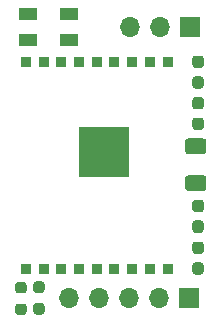
<source format=gbr>
%TF.GenerationSoftware,KiCad,Pcbnew,5.1.9*%
%TF.CreationDate,2021-01-20T23:16:29+01:00*%
%TF.ProjectId,wi-se-opi4,77692d73-652d-46f7-9069-342e6b696361,rev?*%
%TF.SameCoordinates,Original*%
%TF.FileFunction,Soldermask,Top*%
%TF.FilePolarity,Negative*%
%FSLAX46Y46*%
G04 Gerber Fmt 4.6, Leading zero omitted, Abs format (unit mm)*
G04 Created by KiCad (PCBNEW 5.1.9) date 2021-01-20 23:16:29*
%MOMM*%
%LPD*%
G01*
G04 APERTURE LIST*
%ADD10R,0.912500X0.850000*%
%ADD11R,4.300000X4.300000*%
%ADD12R,1.700000X1.700000*%
%ADD13O,1.700000X1.700000*%
%ADD14R,1.500000X1.000000*%
G04 APERTURE END LIST*
D10*
%TO.C,U2*%
X95920000Y-71282500D03*
X97420000Y-71282500D03*
X98920000Y-71282500D03*
X100420000Y-71282500D03*
X101920000Y-71282500D03*
X103420000Y-71282500D03*
X104920000Y-71282500D03*
X106420000Y-71282500D03*
X107920000Y-71282500D03*
X107920000Y-88757500D03*
X106420000Y-88757500D03*
X104920000Y-88757500D03*
X103420000Y-88757500D03*
X101920000Y-88757500D03*
X100420000Y-88757500D03*
X98920000Y-88757500D03*
X97420000Y-88757500D03*
X95920000Y-88757500D03*
D11*
X102500000Y-78900000D03*
%TD*%
D12*
%TO.C,J2*%
X109750000Y-91250000D03*
D13*
X107210000Y-91250000D03*
X104670000Y-91250000D03*
X102130000Y-91250000D03*
X99590000Y-91250000D03*
%TD*%
%TO.C,C1*%
G36*
G01*
X110950002Y-82191820D02*
X109649998Y-82191820D01*
G75*
G02*
X109400000Y-81941822I0J249998D01*
G01*
X109400000Y-81116818D01*
G75*
G02*
X109649998Y-80866820I249998J0D01*
G01*
X110950002Y-80866820D01*
G75*
G02*
X111200000Y-81116818I0J-249998D01*
G01*
X111200000Y-81941822D01*
G75*
G02*
X110950002Y-82191820I-249998J0D01*
G01*
G37*
G36*
G01*
X110950002Y-79066820D02*
X109649998Y-79066820D01*
G75*
G02*
X109400000Y-78816822I0J249998D01*
G01*
X109400000Y-77991818D01*
G75*
G02*
X109649998Y-77741820I249998J0D01*
G01*
X110950002Y-77741820D01*
G75*
G02*
X111200000Y-77991818I0J-249998D01*
G01*
X111200000Y-78816822D01*
G75*
G02*
X110950002Y-79066820I-249998J0D01*
G01*
G37*
%TD*%
%TO.C,D1*%
G36*
G01*
X110737500Y-73525000D02*
X110262500Y-73525000D01*
G75*
G02*
X110025000Y-73287500I0J237500D01*
G01*
X110025000Y-72712500D01*
G75*
G02*
X110262500Y-72475000I237500J0D01*
G01*
X110737500Y-72475000D01*
G75*
G02*
X110975000Y-72712500I0J-237500D01*
G01*
X110975000Y-73287500D01*
G75*
G02*
X110737500Y-73525000I-237500J0D01*
G01*
G37*
G36*
G01*
X110737500Y-71775000D02*
X110262500Y-71775000D01*
G75*
G02*
X110025000Y-71537500I0J237500D01*
G01*
X110025000Y-70962500D01*
G75*
G02*
X110262500Y-70725000I237500J0D01*
G01*
X110737500Y-70725000D01*
G75*
G02*
X110975000Y-70962500I0J-237500D01*
G01*
X110975000Y-71537500D01*
G75*
G02*
X110737500Y-71775000I-237500J0D01*
G01*
G37*
%TD*%
%TO.C,D2*%
G36*
G01*
X110262500Y-75975000D02*
X110737500Y-75975000D01*
G75*
G02*
X110975000Y-76212500I0J-237500D01*
G01*
X110975000Y-76787500D01*
G75*
G02*
X110737500Y-77025000I-237500J0D01*
G01*
X110262500Y-77025000D01*
G75*
G02*
X110025000Y-76787500I0J237500D01*
G01*
X110025000Y-76212500D01*
G75*
G02*
X110262500Y-75975000I237500J0D01*
G01*
G37*
G36*
G01*
X110262500Y-74225000D02*
X110737500Y-74225000D01*
G75*
G02*
X110975000Y-74462500I0J-237500D01*
G01*
X110975000Y-75037500D01*
G75*
G02*
X110737500Y-75275000I-237500J0D01*
G01*
X110262500Y-75275000D01*
G75*
G02*
X110025000Y-75037500I0J237500D01*
G01*
X110025000Y-74462500D01*
G75*
G02*
X110262500Y-74225000I237500J0D01*
G01*
G37*
%TD*%
%TO.C,D3*%
G36*
G01*
X110737500Y-89275000D02*
X110262500Y-89275000D01*
G75*
G02*
X110025000Y-89037500I0J237500D01*
G01*
X110025000Y-88462500D01*
G75*
G02*
X110262500Y-88225000I237500J0D01*
G01*
X110737500Y-88225000D01*
G75*
G02*
X110975000Y-88462500I0J-237500D01*
G01*
X110975000Y-89037500D01*
G75*
G02*
X110737500Y-89275000I-237500J0D01*
G01*
G37*
G36*
G01*
X110737500Y-87525000D02*
X110262500Y-87525000D01*
G75*
G02*
X110025000Y-87287500I0J237500D01*
G01*
X110025000Y-86712500D01*
G75*
G02*
X110262500Y-86475000I237500J0D01*
G01*
X110737500Y-86475000D01*
G75*
G02*
X110975000Y-86712500I0J-237500D01*
G01*
X110975000Y-87287500D01*
G75*
G02*
X110737500Y-87525000I-237500J0D01*
G01*
G37*
%TD*%
%TO.C,D4*%
G36*
G01*
X110737500Y-83983080D02*
X110262500Y-83983080D01*
G75*
G02*
X110025000Y-83745580I0J237500D01*
G01*
X110025000Y-83170580D01*
G75*
G02*
X110262500Y-82933080I237500J0D01*
G01*
X110737500Y-82933080D01*
G75*
G02*
X110975000Y-83170580I0J-237500D01*
G01*
X110975000Y-83745580D01*
G75*
G02*
X110737500Y-83983080I-237500J0D01*
G01*
G37*
G36*
G01*
X110737500Y-85733080D02*
X110262500Y-85733080D01*
G75*
G02*
X110025000Y-85495580I0J237500D01*
G01*
X110025000Y-84920580D01*
G75*
G02*
X110262500Y-84683080I237500J0D01*
G01*
X110737500Y-84683080D01*
G75*
G02*
X110975000Y-84920580I0J-237500D01*
G01*
X110975000Y-85495580D01*
G75*
G02*
X110737500Y-85733080I-237500J0D01*
G01*
G37*
%TD*%
D12*
%TO.C,J1*%
X109840000Y-68300000D03*
D13*
X107300000Y-68300000D03*
X104760000Y-68300000D03*
%TD*%
%TO.C,R10*%
G36*
G01*
X95266500Y-89889500D02*
X95741500Y-89889500D01*
G75*
G02*
X95979000Y-90127000I0J-237500D01*
G01*
X95979000Y-90627000D01*
G75*
G02*
X95741500Y-90864500I-237500J0D01*
G01*
X95266500Y-90864500D01*
G75*
G02*
X95029000Y-90627000I0J237500D01*
G01*
X95029000Y-90127000D01*
G75*
G02*
X95266500Y-89889500I237500J0D01*
G01*
G37*
G36*
G01*
X95266500Y-91714500D02*
X95741500Y-91714500D01*
G75*
G02*
X95979000Y-91952000I0J-237500D01*
G01*
X95979000Y-92452000D01*
G75*
G02*
X95741500Y-92689500I-237500J0D01*
G01*
X95266500Y-92689500D01*
G75*
G02*
X95029000Y-92452000I0J237500D01*
G01*
X95029000Y-91952000D01*
G75*
G02*
X95266500Y-91714500I237500J0D01*
G01*
G37*
%TD*%
%TO.C,R13*%
G36*
G01*
X97265500Y-90825000D02*
X96790500Y-90825000D01*
G75*
G02*
X96553000Y-90587500I0J237500D01*
G01*
X96553000Y-90087500D01*
G75*
G02*
X96790500Y-89850000I237500J0D01*
G01*
X97265500Y-89850000D01*
G75*
G02*
X97503000Y-90087500I0J-237500D01*
G01*
X97503000Y-90587500D01*
G75*
G02*
X97265500Y-90825000I-237500J0D01*
G01*
G37*
G36*
G01*
X97265500Y-92650000D02*
X96790500Y-92650000D01*
G75*
G02*
X96553000Y-92412500I0J237500D01*
G01*
X96553000Y-91912500D01*
G75*
G02*
X96790500Y-91675000I237500J0D01*
G01*
X97265500Y-91675000D01*
G75*
G02*
X97503000Y-91912500I0J-237500D01*
G01*
X97503000Y-92412500D01*
G75*
G02*
X97265500Y-92650000I-237500J0D01*
G01*
G37*
%TD*%
D14*
%TO.C,SW1*%
X96075000Y-67200000D03*
X96075000Y-69400000D03*
X99575000Y-69400000D03*
X99575000Y-67200000D03*
%TD*%
M02*

</source>
